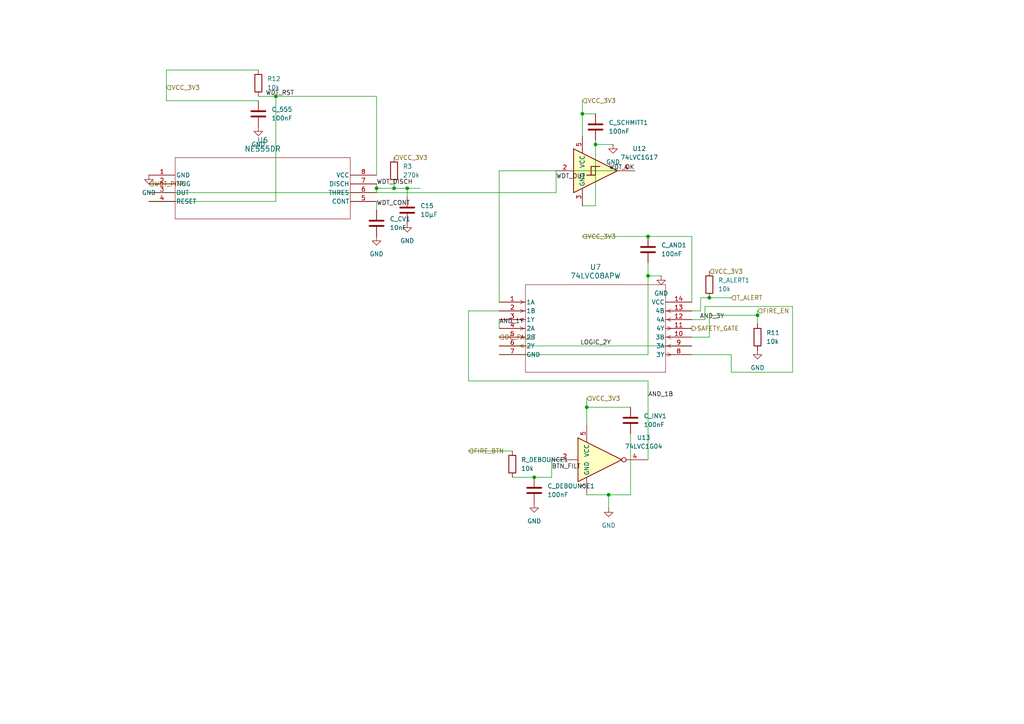
<source format=kicad_sch>
(kicad_sch (version 20250114) (generator "eeschema") (generator_version "9.0")
  (paper "A4")
  (lib_symbols
    (symbol "74LVC08APW:74LVC08APW" (pin_names (offset 0.254))
      (property "Reference" "U" (at 27.94 10.16 0))
      (property "Value" "74LVC08APW" (at 27.94 7.62 0))
      (symbol "74LVC08APW_0_1"
        (polyline (pts (xy 7.0993 0) (xy 6.0579 0.5207)) (stroke (width 0.127)))
        (polyline (pts (xy 7.0993 0) (xy 6.0579 -0.5207)) (stroke (width 0.127)))
        (polyline (pts (xy 7.0993 -2.54) (xy 6.0579 -2.0193)) (stroke (width 0.127)))
        (polyline (pts (xy 7.0993 -2.54) (xy 6.0579 -3.0607)) (stroke (width 0.127)))
        (polyline (pts (xy 7.0993 -4.5593) (xy 6.0579 -5.08)) (stroke (width 0.127)))
        (polyline (pts (xy 7.0993 -5.6007) (xy 6.0579 -5.08)) (stroke (width 0.127)))
        (polyline (pts (xy 7.0993 -7.62) (xy 6.0579 -7.0993)) (stroke (width 0.127)))
        (polyline (pts (xy 7.0993 -7.62) (xy 6.0579 -8.1407)) (stroke (width 0.127)))
        (polyline (pts (xy 7.0993 -10.16) (xy 6.0579 -9.6393)) (stroke (width 0.127)))
        (polyline (pts (xy 7.0993 -10.16) (xy 6.0579 -10.6807)) (stroke (width 0.127)))
        (polyline (pts (xy 7.0993 -12.1793) (xy 6.0579 -12.7)) (stroke (width 0.127)))
        (polyline (pts (xy 7.0993 -13.2207) (xy 6.0579 -12.7)) (stroke (width 0.127)))
        (polyline (pts (xy 7.62 5.08) (xy 7.62 -20.32)) (stroke (width 0.127)))
        (polyline (pts (xy 7.62 -20.32) (xy 48.26 -20.32)) (stroke (width 0.127)))
        (polyline (pts (xy 48.26 5.08) (xy 7.62 5.08)) (stroke (width 0.127)))
        (polyline (pts (xy 48.26 -20.32) (xy 48.26 5.08)) (stroke (width 0.127)))
        (polyline (pts (xy 48.7807 -2.54) (xy 49.8221 -2.0193)) (stroke (width 0.127)))
        (polyline (pts (xy 48.7807 -2.54) (xy 49.8221 -3.0607)) (stroke (width 0.127)))
        (polyline (pts (xy 48.7807 -5.08) (xy 49.8221 -4.5593)) (stroke (width 0.127)))
        (polyline (pts (xy 48.7807 -5.08) (xy 49.8221 -5.6007)) (stroke (width 0.127)))
        (polyline (pts (xy 48.7807 -7.0993) (xy 49.8221 -7.62)) (stroke (width 0.127)))
        (polyline (pts (xy 48.7807 -8.1407) (xy 49.8221 -7.62)) (stroke (width 0.127)))
        (polyline (pts (xy 48.7807 -10.16) (xy 49.8221 -9.6393)) (stroke (width 0.127)))
        (polyline (pts (xy 48.7807 -10.16) (xy 49.8221 -10.6807)) (stroke (width 0.127)))
        (polyline (pts (xy 48.7807 -12.7) (xy 49.8221 -12.1793)) (stroke (width 0.127)))
        (polyline (pts (xy 48.7807 -12.7) (xy 49.8221 -13.2207)) (stroke (width 0.127)))
        (polyline (pts (xy 48.7807 -14.7193) (xy 49.8221 -15.24)) (stroke (width 0.127)))
        (polyline (pts (xy 48.7807 -15.7607) (xy 49.8221 -15.24)) (stroke (width 0.127)))
        (pin input line (at 0 0 0) (length 7.62) (name "1A") (number "1"))
        (pin input line (at 0 -2.54 0) (length 7.62) (name "1B") (number "2"))
        (pin output line (at 0 -5.08 0) (length 7.62) (name "1Y") (number "3"))
        (pin input line (at 0 -7.62 0) (length 7.62) (name "2A") (number "4"))
        (pin input line (at 0 -10.16 0) (length 7.62) (name "2B") (number "5"))
        (pin output line (at 0 -12.7 0) (length 7.62) (name "2Y") (number "6"))
        (pin power_in line (at 0 -15.24 0) (length 7.62) (name "GND") (number "7"))
        (pin power_in line (at 55.88 0 180) (length 7.62) (name "VCC") (number "14"))
        (pin input line (at 55.88 -2.54 180) (length 7.62) (name "4B") (number "13"))
        (pin input line (at 55.88 -5.08 180) (length 7.62) (name "4A") (number "12"))
        (pin output line (at 55.88 -7.62 180) (length 7.62) (name "4Y") (number "11"))
        (pin input line (at 55.88 -10.16 180) (length 7.62) (name "3B") (number "10"))
        (pin input line (at 55.88 -12.7 180) (length 7.62) (name "3A") (number "9"))
        (pin output line (at 55.88 -15.24 180) (length 7.62) (name "3Y") (number "8"))
      )
    )
    (symbol "74xGxx:74LVC1G04"
      (property "Reference" "U" (at 0 7.62 0))
      (property "Value" "74LVC1G04" (at 5.08 -7.62 0))
      (symbol "74LVC1G04_0_1"
        (polyline (pts (xy -7.62 6.35) (xy -7.62 -6.35) (xy 5.08 0) (xy -7.62 6.35)) (stroke (width 0.254)) (fill (type background)))
      )
      (symbol "74LVC1G04_1_1"
        (pin input line (at -15.24 0 0) (length 7.62) (name "~") (number "2"))
        (pin no_connect line (at -7.62 2.54 0) (length 2.54) (hide yes) (name "NC") (number "1"))
        (pin power_in line (at -5.08 10.16 270) (length 5.08) (name "VCC") (number "5"))
        (pin power_in line (at -5.08 -10.16 90) (length 5.08) (name "GND") (number "3"))
        (pin output inverted (at 12.7 0 180) (length 7.62) (name "~") (number "4"))
      )
    )
    (symbol "74xGxx:74LVC1G17"
      (property "Reference" "U" (at 0 3.81 0))
      (property "Value" "74LVC1G17" (at 0 -3.81 0))
      (symbol "74LVC1G17_0_1"
        (polyline (pts (xy -7.62 6.35) (xy -7.62 -6.35) (xy 5.08 0) (xy -7.62 6.35)) (stroke (width 0.254)) (fill (type background)))
        (polyline (pts (xy -3.81 -1.27) (xy -2.54 -1.27) (xy -2.54 1.27) (xy -1.27 1.27)) (stroke (width 0.254)) (fill (type background)))
        (polyline (pts (xy -2.54 -1.27) (xy -1.27 -1.27) (xy -1.27 1.27) (xy 0 1.27)) (stroke (width 0.254)) (fill (type background)))
      )
      (symbol "74LVC1G17_1_1"
        (pin input line (at -12.7 0 0) (length 5.08) (name "~") (number "2"))
        (pin no_connect line (at -7.62 5.08 180) (length 5.08) (hide yes) (name "NC") (number "1"))
        (pin power_in line (at -5.08 10.16 270) (length 5.08) (name "VCC") (number "5"))
        (pin power_in line (at -5.08 -10.16 90) (length 5.08) (name "GND") (number "3"))
        (pin output line (at 10.16 0 180) (length 5.08) (name "~") (number "4"))
      )
    )
    (symbol "Device:C" (pin_numbers (hide yes)) (pin_names (offset 0.254))
      (property "Reference" "C" (at 0.635 2.54 0))
      (property "Value" "C" (at 0.635 -2.54 0))
      (symbol "C_0_1"
        (polyline (pts (xy -2.032 0.762) (xy 2.032 0.762)) (stroke (width 0.508)))
        (polyline (pts (xy -2.032 -0.762) (xy 2.032 -0.762)) (stroke (width 0.508)))
      )
      (symbol "C_1_1"
        (pin passive line (at 0 3.81 270) (length 2.794) (name "~") (number "1"))
        (pin passive line (at 0 -3.81 90) (length 2.794) (name "~") (number "2"))
      )
    )
    (symbol "Device:R" (pin_numbers (hide yes)) (pin_names (offset 0))
      (property "Reference" "R" (at 2.032 0 90))
      (property "Value" "R" (at 0 0 90))
      (symbol "R_0_1"
        (rectangle (start -1.016 -2.54) (end 1.016 2.54) (stroke (width 0.254)))
      )
      (symbol "R_1_1"
        (pin passive line (at 0 3.81 270) (length 1.27) (name "~") (number "1"))
        (pin passive line (at 0 -3.81 90) (length 1.27) (name "~") (number "2"))
      )
    )
    (symbol "NE555DR:NE555DR" (pin_names (offset 0.254))
      (property "Reference" "U" (at 33.02 10.16 0))
      (property "Value" "NE555DR" (at 33.02 7.62 0))
      (symbol "NE555DR_0_1"
        (polyline (pts (xy 7.62 5.08) (xy 7.62 -12.7)) (stroke (width 0.127)))
        (polyline (pts (xy 7.62 -12.7) (xy 58.42 -12.7)) (stroke (width 0.127)))
        (polyline (pts (xy 58.42 5.08) (xy 7.62 5.08)) (stroke (width 0.127)))
        (polyline (pts (xy 58.42 -12.7) (xy 58.42 5.08)) (stroke (width 0.127)))
        (pin power_in line (at 0 0 0) (length 7.62) (name "GND") (number "1"))
        (pin input line (at 0 -2.54 0) (length 7.62) (name "TRIG") (number "2"))
        (pin output line (at 0 -5.08 0) (length 7.62) (name "OUT") (number "3"))
        (pin input line (at 0 -7.62 0) (length 7.62) (name "RESET") (number "4"))
        (pin power_in line (at 66.04 0 180) (length 7.62) (name "VCC") (number "8"))
        (pin unspecified line (at 66.04 -2.54 180) (length 7.62) (name "DISCH") (number "7"))
        (pin input line (at 66.04 -5.08 180) (length 7.62) (name "THRES") (number "6"))
        (pin unspecified line (at 66.04 -7.62 180) (length 7.62) (name "CONT") (number "5"))
      )
    )
    (symbol "power:GND" (power) (pin_numbers (hide yes)) (pin_names (offset 0) (hide yes))
      (property "Value" "GND" (at 0 -3.81 0))
      (symbol "GND_0_1"
        (polyline (pts (xy 0 0) (xy 0 -1.27) (xy 1.27 -1.27) (xy 0 -2.54) (xy -1.27 -1.27) (xy 0 -1.27)))
      )
      (symbol "GND_1_1"
        (pin power_in line (at 0 0 270) (length 0) (name "~") (number "1"))
      )
    )
  )
  (junction (at 80.01 27.94))
  (junction (at 219.71 91.44))
  (junction (at 172.72 41.91))
  (junction (at 109.22 54.61))
  (junction (at 114.3 54.61))
  (junction (at 154.94 138.43))
  (junction (at 176.53 143.51))
  (junction (at 118.11 54.61))
  (junction (at 187.96 80.01))
  (junction (at 170.18 118.11))
  (junction (at 168.91 33.02))
  (junction (at 187.96 68.58))
  (junction (at 205.74 86.36))
  (wire (pts (xy 187.96 76.2) (xy 187.96 80.01)))
  (wire (pts (xy 205.74 91.44) (xy 205.74 97.79)))
  (wire (pts (xy 219.71 91.44) (xy 205.74 91.44)))
  (wire (pts (xy 48.26 20.32) (xy 48.26 29.21)))
  (wire (pts (xy 176.53 143.51) (xy 176.53 147.32)))
  (wire (pts (xy 148.59 138.43) (xy 154.94 138.43)))
  (wire (pts (xy 154.94 138.43) (xy 160.02 138.43)))
  (wire (pts (xy 200.66 90.17) (xy 203.2 90.17)))
  (wire (pts (xy 161.29 55.88) (xy 161.29 49.53)))
  (wire (pts (xy 182.88 143.51) (xy 176.53 143.51)))
  (wire (pts (xy 135.89 90.17) (xy 144.78 90.17)))
  (wire (pts (xy 182.88 125.73) (xy 182.88 143.51)))
  (wire (pts (xy 187.96 133.35) (xy 187.96 110.49)))
  (wire (pts (xy 114.3 53.34) (xy 114.3 54.61)))
  (wire (pts (xy 144.78 49.53) (xy 144.78 87.63)))
  (wire (pts (xy 229.87 88.9) (xy 204.47 88.9)))
  (wire (pts (xy 48.26 29.21) (xy 74.93 29.21)))
  (wire (pts (xy 144.78 92.71) (xy 144.78 95.25)))
  (wire (pts (xy 203.2 86.36) (xy 205.74 86.36)))
  (wire (pts (xy 43.18 55.88) (xy 161.29 55.88)))
  (wire (pts (xy 205.74 97.79) (xy 200.66 97.79)))
  (wire (pts (xy 172.72 40.64) (xy 172.72 41.91)))
  (wire (pts (xy 212.09 102.87) (xy 212.09 107.95)))
  (wire (pts (xy 172.72 41.91) (xy 177.8 41.91)))
  (wire (pts (xy 187.96 68.58) (xy 200.66 68.58)))
  (wire (pts (xy 74.93 27.94) (xy 80.01 27.94)))
  (wire (pts (xy 204.47 88.9) (xy 204.47 92.71)))
  (wire (pts (xy 200.66 102.87) (xy 212.09 102.87)))
  (wire (pts (xy 144.78 49.53) (xy 184.15 49.53)))
  (wire (pts (xy 187.96 80.01) (xy 191.77 80.01)))
  (wire (pts (xy 229.87 107.95) (xy 229.87 88.9)))
  (wire (pts (xy 170.18 118.11) (xy 170.18 123.19)))
  (wire (pts (xy 144.78 100.33) (xy 200.66 100.33)))
  (wire (pts (xy 219.71 91.44) (xy 219.71 93.98)))
  (wire (pts (xy 212.09 107.95) (xy 229.87 107.95)))
  (wire (pts (xy 200.66 68.58) (xy 200.66 87.63)))
  (wire (pts (xy 204.47 92.71) (xy 200.66 92.71)))
  (wire (pts (xy 187.96 102.87) (xy 144.78 102.87)))
  (wire (pts (xy 109.22 27.94) (xy 109.22 50.8)))
  (wire (pts (xy 118.11 54.61) (xy 121.92 54.61)))
  (wire (pts (xy 168.91 33.02) (xy 172.72 33.02)))
  (wire (pts (xy 109.22 53.34) (xy 109.22 54.61)))
  (wire (pts (xy 170.18 118.11) (xy 182.88 118.11)))
  (wire (pts (xy 168.91 68.58) (xy 187.96 68.58)))
  (wire (pts (xy 203.2 86.36) (xy 203.2 90.17)))
  (wire (pts (xy 168.91 33.02) (xy 168.91 39.37)))
  (wire (pts (xy 187.96 80.01) (xy 187.96 102.87)))
  (wire (pts (xy 172.72 41.91) (xy 172.72 59.69)))
  (wire (pts (xy 187.96 110.49) (xy 135.89 110.49)))
  (wire (pts (xy 168.91 29.21) (xy 168.91 33.02)))
  (wire (pts (xy 170.18 115.57) (xy 170.18 118.11)))
  (wire (pts (xy 160.02 138.43) (xy 160.02 133.35)))
  (wire (pts (xy 80.01 27.94) (xy 109.22 27.94)))
  (wire (pts (xy 80.01 27.94) (xy 80.01 58.42)))
  (wire (pts (xy 109.22 58.42) (xy 109.22 60.96)))
  (wire (pts (xy 114.3 54.61) (xy 118.11 54.61)))
  (wire (pts (xy 176.53 143.51) (xy 170.18 143.51)))
  (wire (pts (xy 118.11 54.61) (xy 118.11 57.15)))
  (wire (pts (xy 172.72 59.69) (xy 168.91 59.69)))
  (wire (pts (xy 135.89 110.49) (xy 135.89 90.17)))
  (wire (pts (xy 135.89 130.81) (xy 148.59 130.81)))
  (wire (pts (xy 109.22 54.61) (xy 109.22 55.88)))
  (wire (pts (xy 109.22 54.61) (xy 114.3 54.61)))
  (wire (pts (xy 80.01 58.42) (xy 43.18 58.42)))
  (wire (pts (xy 219.71 90.17) (xy 219.71 91.44)))
  (wire (pts (xy 205.74 86.36) (xy 212.09 86.36)))
  (wire (pts (xy 48.26 20.32) (xy 74.93 20.32)))
  (label "LOGIC_2Y" (at 168.2796 100.33 0))
  (label "WDT_OUT" (at 161.29 52.1198 0))
  (label "AND_1Y" (at 144.78 94.1423 0))
  (label "WDT_CONT" (at 109.22 59.8732 0))
  (label "BTN_FILT" (at 160.02 136.268 0))
  (label "WDT_RST" (at 77.039 27.94 0))
  (label "WDT_DISCH" (at 109.22 53.7566 0))
  (label "AND_3Y" (at 202.9473 92.71 0))
  (label "AND_1B" (at 187.96 115.3423 0))
  (label "WDT_OK" (at 176.5987 49.53 0))
  (hierarchical_label "VCC_3V3" (shape input) (at 114.3 45.72 0))
  (hierarchical_label "VCC_3V3" (shape input) (at 168.91 68.58 0))
  (hierarchical_label "VCC_3V3" (shape input) (at 48.26 25.4 0))
  (hierarchical_label "OC_FAULT" (shape input) (at 144.78 97.79 0))
  (hierarchical_label "WDT_PING" (shape input) (at 43.18 53.34 0))
  (hierarchical_label "FIRE_BTN" (shape input) (at 135.89 130.81 0))
  (hierarchical_label "VCC_3V3" (shape input) (at 170.18 115.57 0))
  (hierarchical_label "VCC_3V3" (shape input) (at 168.91 29.21 0))
  (hierarchical_label "T_ALERT" (shape input) (at 212.09 86.36 0))
  (hierarchical_label "FIRE_EN" (shape input) (at 219.71 90.17 0))
  (hierarchical_label "VCC_3V3" (shape input) (at 205.74 78.74 0))
  (hierarchical_label "SAFETY_GATE" (shape output) (at 200.66 95.25 0))
  (symbol (lib_id "power:GND") (at 177.8 41.91 0) (unit 1)
    (property "Reference" "#PWR038" (effects (hide yes)))
    (property "Value" "GND" (at 177.8 46.99 0))
    (property "Description" "Power symbol creates a global label with name \"GND\" , ground" (effects (hide yes)))
  )
  (symbol (lib_id "NE555DR:NE555DR") (at 43.18 50.8 0) (unit 1)
    (property "Reference" "U6" (at 76.2 40.64 0) (effects (font (size 1.524 1.524))))
    (property "Value" "NE555DR" (at 76.2 43.18 0) (effects (font (size 1.524 1.524))))
    (property "Footprint" "Package_SO:SOIC-8_3.9x4.9mm_P1.27mm" (effects (hide yes)))
    (property "Datasheet" "https://www.ti.com/lit/gpn/ne555" (effects (hide yes)))
  )
  (symbol (lib_id "Device:C") (at 118.11 60.96 0) (unit 1)
    (property "Reference" "C15" (at 121.92 59.6899 0) (effects (justify left)))
    (property "Value" "10µF" (at 121.92 62.2299 0) (effects (justify left)))
    (property "Footprint" "Capacitor_SMD:C_0805_2012Metric" (effects (hide yes)))
    (property "Description" "Unpolarized capacitor" (effects (hide yes)))
  )
  (symbol (lib_id "power:GND") (at 176.53 147.32 0) (unit 1)
    (property "Reference" "#PWR041" (effects (hide yes)))
    (property "Value" "GND" (at 176.53 152.4 0))
    (property "Description" "Power symbol creates a global label with name \"GND\" , ground" (effects (hide yes)))
  )
  (symbol (lib_id "Device:C") (at 109.22 64.77 0) (unit 1)
    (property "Reference" "C_CV1" (at 113.03 63.4999 0) (effects (justify left)))
    (property "Value" "10nF" (at 113.03 66.0399 0) (effects (justify left)))
    (property "Footprint" "Capacitor_SMD:C_0402_1005Metric" (effects (hide yes)))
    (property "Description" "Unpolarized capacitor" (effects (hide yes)))
  )
  (symbol (lib_id "power:GND") (at 154.94 146.05 0) (unit 1)
    (property "Reference" "#PWR042" (effects (hide yes)))
    (property "Value" "GND" (at 154.94 151.13 0))
    (property "Description" "Power symbol creates a global label with name \"GND\" , ground" (effects (hide yes)))
  )
  (symbol (lib_id "power:GND") (at 74.93 36.83 0) (unit 1)
    (property "Reference" "#PWR034" (effects (hide yes)))
    (property "Value" "GND" (at 74.93 41.91 0))
    (property "Description" "Power symbol creates a global label with name \"GND\" , ground" (effects (hide yes)))
  )
  (symbol (lib_id "power:GND") (at 109.22 68.58 0) (unit 1)
    (property "Reference" "#PWR036" (effects (hide yes)))
    (property "Value" "GND" (at 109.22 73.66 0))
    (property "Description" "Power symbol creates a global label with name \"GND\" , ground" (effects (hide yes)))
  )
  (symbol (lib_id "Device:C") (at 182.88 121.92 0) (unit 1)
    (property "Reference" "C_INV1" (at 186.69 120.6499 0) (effects (justify left)))
    (property "Value" "100nF" (at 186.69 123.1899 0) (effects (justify left)))
    (property "Footprint" "Capacitor_SMD:C_0402_1005Metric" (effects (hide yes)))
    (property "Description" "Unpolarized capacitor" (effects (hide yes)))
  )
  (symbol (lib_id "Device:C") (at 74.93 33.02 0) (unit 1)
    (property "Reference" "C_555" (at 78.74 31.7499 0) (effects (justify left)))
    (property "Value" "100nF" (at 78.74 34.2899 0) (effects (justify left)))
    (property "Footprint" "Capacitor_SMD:C_0402_1005Metric" (effects (hide yes)))
    (property "Description" "Unpolarized capacitor" (effects (hide yes)))
  )
  (symbol (lib_id "74xGxx:74LVC1G17") (at 173.99 49.53 0) (unit 1)
    (property "Reference" "U12" (at 185.42 43.1098 0))
    (property "Value" "74LVC1G17" (at 185.42 45.6498 0))
    (property "Footprint" "Package_TO_SOT_SMD:SOT-353_SC-70-5" (effects (hide yes)))
    (property "Datasheet" "https://www.ti.com/lit/ds/symlink/sn74lvc1g17.pdf" (effects (hide yes)))
    (property "Description" "Single Schmitt Buffer Gate, Low-Voltage CMOS" (effects (hide yes)))
  )
  (symbol (lib_id "power:GND") (at 43.18 50.8 0) (unit 1)
    (property "Reference" "#PWR037" (effects (hide yes)))
    (property "Value" "GND" (at 43.18 55.88 0))
    (property "Description" "Power symbol creates a global label with name \"GND\" , ground" (effects (hide yes)))
  )
  (symbol (lib_id "Device:R") (at 148.59 134.62 0) (unit 1)
    (property "Reference" "R_DEBOUNCE1" (at 151.13 133.3499 0) (effects (justify left)))
    (property "Value" "10k" (at 151.13 135.8899 0) (effects (justify left)))
    (property "Footprint" "Resistor_SMD:R_0402_1005Metric" (effects (hide yes)))
    (property "Description" "Resistor" (effects (hide yes)))
  )
  (symbol (lib_id "Device:R") (at 74.93 24.13 0) (unit 1)
    (property "Reference" "R12" (at 77.47 22.8599 0) (effects (justify left)))
    (property "Value" "10k" (at 77.47 25.3999 0) (effects (justify left)))
    (property "Footprint" "Resistor_SMD:R_0402_1005Metric" (effects (hide yes)))
    (property "Description" "Resistor" (effects (hide yes)))
  )
  (symbol (lib_id "power:GND") (at 219.71 101.6 0) (unit 1)
    (property "Reference" "#PWR040" (effects (hide yes)))
    (property "Value" "GND" (at 219.71 106.68 0))
    (property "Description" "Power symbol creates a global label with name \"GND\" , ground" (effects (hide yes)))
  )
  (symbol (lib_id "power:GND") (at 191.77 80.01 0) (unit 1)
    (property "Reference" "#PWR039" (effects (hide yes)))
    (property "Value" "GND" (at 191.77 85.09 0))
    (property "Description" "Power symbol creates a global label with name \"GND\" , ground" (effects (hide yes)))
  )
  (symbol (lib_id "Device:R") (at 205.74 82.55 0) (unit 1)
    (property "Reference" "R_ALERT1" (at 208.28 81.2799 0) (effects (justify left)))
    (property "Value" "10k" (at 208.28 83.8199 0) (effects (justify left)))
    (property "Footprint" "Resistor_SMD:R_0402_1005Metric" (effects (hide yes)))
    (property "Description" "Resistor" (effects (hide yes)))
  )
  (symbol (lib_id "Device:R") (at 114.3 49.53 0) (unit 1)
    (property "Reference" "R3" (at 116.84 48.2599 0) (effects (justify left)))
    (property "Value" "270k" (at 116.84 50.7999 0) (effects (justify left)))
    (property "Footprint" "Resistor_SMD:R_0603_1608Metric" (effects (hide yes)))
    (property "Description" "Resistor" (effects (hide yes)))
  )
  (symbol (lib_id "power:GND") (at 118.11 64.77 0) (unit 1)
    (property "Reference" "#PWR035" (effects (hide yes)))
    (property "Value" "GND" (at 118.11 69.85 0))
    (property "Description" "Power symbol creates a global label with name \"GND\" , ground" (effects (hide yes)))
  )
  (symbol (lib_id "Device:C") (at 172.72 36.83 0) (unit 1)
    (property "Reference" "C_SCHMITT1" (at 176.53 35.5599 0) (effects (justify left)))
    (property "Value" "100nF" (at 176.53 38.0999 0) (effects (justify left)))
    (property "Footprint" "Capacitor_SMD:C_0402_1005Metric" (effects (hide yes)))
    (property "Description" "Unpolarized capacitor" (effects (hide yes)))
  )
  (symbol (lib_id "Device:R") (at 219.71 97.79 0) (unit 1)
    (property "Reference" "R11" (at 222.25 96.5199 0) (effects (justify left)))
    (property "Value" "10k" (at 222.25 99.0599 0) (effects (justify left)))
    (property "Footprint" "Resistor_SMD:R_0402_1005Metric" (effects (hide yes)))
    (property "Description" "Resistor" (effects (hide yes)))
  )
  (symbol (lib_id "74xGxx:74LVC1G04") (at 175.26 133.35 0) (unit 1)
    (property "Reference" "U13" (at 186.69 126.9298 0))
    (property "Value" "74LVC1G04" (at 186.69 129.4698 0))
    (property "Footprint" "Package_TO_SOT_SMD:SOT-353_SC-70-5" (effects (hide yes)))
    (property "Datasheet" "https://www.ti.com/lit/ds/symlink/sn74lvc1g04.pdf" (effects (hide yes)))
    (property "Description" "Single NOT Gate, Low-Voltage CMOS" (effects (hide yes)))
  )
  (symbol (lib_id "74LVC08APW:74LVC08APW") (at 144.78 87.63 0) (unit 1)
    (property "Reference" "U7" (at 172.72 77.47 0) (effects (font (size 1.524 1.524))))
    (property "Value" "74LVC08APW" (at 172.72 80.01 0) (effects (font (size 1.524 1.524))))
    (property "Footprint" "Package_SO:TSSOP-14_4.4x5mm_P0.65mm" (effects (hide yes)))
    (property "Datasheet" "74LVC08APW" (effects (hide yes)))
  )
  (symbol (lib_id "Device:C") (at 187.96 72.39 0) (unit 1)
    (property "Reference" "C_AND1" (at 191.77 71.1199 0) (effects (justify left)))
    (property "Value" "100nF" (at 191.77 73.6599 0) (effects (justify left)))
    (property "Footprint" "Capacitor_SMD:C_0402_1005Metric" (effects (hide yes)))
    (property "Description" "Unpolarized capacitor" (effects (hide yes)))
  )
  (symbol (lib_id "Device:C") (at 154.94 142.24 0) (unit 1)
    (property "Reference" "C_DEBOUNCE1" (at 158.75 140.9699 0) (effects (justify left)))
    (property "Value" "100nF" (at 158.75 143.5099 0) (effects (justify left)))
    (property "Footprint" "Capacitor_SMD:C_0402_1005Metric" (effects (hide yes)))
    (property "Description" "Unpolarized capacitor" (effects (hide yes)))
  )
)
</source>
